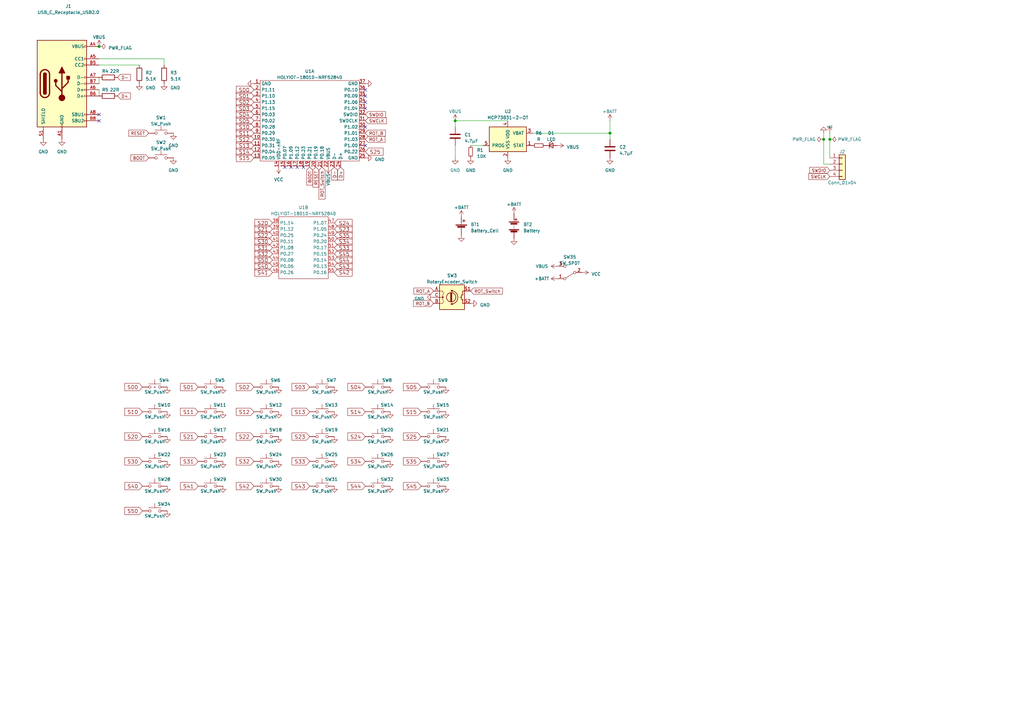
<source format=kicad_sch>
(kicad_sch (version 20210615) (generator eeschema)
  (paper "A3")
  (title_block (date "29 sep 2012"))
  (lib_symbols
    (symbol "Battery_Management:MCP73831-2-OT" (pin_names (offset 1.016))
      (property "Reference" "U" (at -7.62 6.35 0))
      (property "Value" "MCP73831-2-OT" (at 1.27 6.35 0))
      (symbol "MCP73831-2-OT_1_1"
        (pin output line (at 10.16 -2.54 180) (length 2.54) (name "STAT") (number "1"))
        (pin power_in line (at 0 -7.62 90) (length 2.54) (name "VSS") (number "2"))
        (pin power_out line (at 10.16 2.54 180) (length 2.54) (name "VBAT") (number "3"))
        (pin power_in line (at 0 7.62 270) (length 2.54) (name "VDD") (number "4"))
        (pin input line (at -10.16 -2.54 0) (length 2.54) (name "PROG") (number "5"))
      )
    )
    (symbol "Connector:USB_C_Receptacle_USB2.0" (pin_names (offset 1.016))
      (property "Reference" "J" (at -10.16 19.05 0))
      (property "Value" "USB_C_Receptacle_USB2.0" (at 19.05 19.05 0))
      (symbol "USB_C_Receptacle_USB2.0_1_1"
        (pin passive line (at 0 -22.86 90) (length 5.08) (name "GND") (number "A1"))
        (pin passive line (at 0 -22.86 90) (length 5.08) hide (name "GND") (number "A12"))
        (pin passive line (at 15.24 15.24 180) (length 5.08) (name "VBUS") (number "A4"))
        (pin bidirectional line (at 15.24 10.16 180) (length 5.08) (name "CC1") (number "A5"))
        (pin bidirectional line (at 15.24 -2.54 180) (length 5.08) (name "D+") (number "A6"))
        (pin bidirectional line (at 15.24 2.54 180) (length 5.08) (name "D-") (number "A7"))
        (pin bidirectional line (at 15.24 -12.7 180) (length 5.08) (name "SBU1") (number "A8"))
        (pin passive line (at 15.24 15.24 180) (length 5.08) hide (name "VBUS") (number "A9"))
        (pin passive line (at 0 -22.86 90) (length 5.08) hide (name "GND") (number "B1"))
        (pin passive line (at 0 -22.86 90) (length 5.08) hide (name "GND") (number "B12"))
        (pin passive line (at 15.24 15.24 180) (length 5.08) hide (name "VBUS") (number "B4"))
        (pin bidirectional line (at 15.24 7.62 180) (length 5.08) (name "CC2") (number "B5"))
        (pin bidirectional line (at 15.24 -5.08 180) (length 5.08) (name "D+") (number "B6"))
        (pin bidirectional line (at 15.24 0 180) (length 5.08) (name "D-") (number "B7"))
        (pin bidirectional line (at 15.24 -15.24 180) (length 5.08) (name "SBU2") (number "B8"))
        (pin passive line (at 15.24 15.24 180) (length 5.08) hide (name "VBUS") (number "B9"))
        (pin passive line (at -7.62 -22.86 90) (length 5.08) (name "SHIELD") (number "S1"))
      )
    )
    (symbol "Connector_Generic:Conn_01x04" (pin_names (offset 1.016) hide)
      (property "Reference" "J" (at 0 5.08 0))
      (property "Value" "Conn_01x04" (at 0 -7.62 0))
      (symbol "Conn_01x04_1_1"
        (pin passive line (at -5.08 2.54 0) (length 3.81) (name "Pin_1") (number "1"))
        (pin passive line (at -5.08 0 0) (length 3.81) (name "Pin_2") (number "2"))
        (pin passive line (at -5.08 -2.54 0) (length 3.81) (name "Pin_3") (number "3"))
        (pin passive line (at -5.08 -5.08 0) (length 3.81) (name "Pin_4") (number "4"))
      )
    )
    (symbol "Device:Battery" (pin_numbers hide) (pin_names (offset 0) hide)
      (property "Reference" "BT" (at 2.54 2.54 0))
      (property "Value" "Battery" (at 2.54 0 0))
      (symbol "Battery_1_1"
        (pin passive line (at 0 5.08 270) (length 2.54) (name "+") (number "1"))
        (pin passive line (at 0 -5.08 90) (length 2.54) (name "-") (number "2"))
      )
    )
    (symbol "Device:Battery_Cell" (pin_numbers hide) (pin_names (offset 0) hide)
      (property "Reference" "BT" (at 2.54 2.54 0))
      (property "Value" "Battery_Cell" (at 2.54 0 0))
      (symbol "Battery_Cell_1_1"
        (pin passive line (at 0 5.08 270) (length 2.54) (name "+") (number "1"))
        (pin passive line (at 0 -2.54 90) (length 2.54) (name "-") (number "2"))
      )
    )
    (symbol "Device:C" (pin_numbers hide) (pin_names (offset 0.254))
      (property "Reference" "C" (at 0.635 2.54 0))
      (property "Value" "C" (at 0.635 -2.54 0))
      (symbol "C_1_1"
        (pin passive line (at 0 3.81 270) (length 2.794) (name "~") (number "1"))
        (pin passive line (at 0 -3.81 90) (length 2.794) (name "~") (number "2"))
      )
    )
    (symbol "Device:LED_Small" (pin_numbers hide) (pin_names (offset 0.254) hide)
      (property "Reference" "D" (at -1.27 3.175 0))
      (property "Value" "LED_Small" (at -4.445 -2.54 0))
      (symbol "LED_Small_1_1"
        (pin passive line (at -2.54 0 0) (length 1.778) (name "K") (number "1"))
        (pin passive line (at 2.54 0 180) (length 1.778) (name "A") (number "2"))
      )
    )
    (symbol "Device:R" (pin_numbers hide) (pin_names (offset 0))
      (property "Reference" "R" (at 2.032 0 90))
      (property "Value" "R" (at 0 0 90))
      (symbol "R_1_1"
        (pin passive line (at 0 3.81 270) (length 1.27) (name "~") (number "1"))
        (pin passive line (at 0 -3.81 90) (length 1.27) (name "~") (number "2"))
      )
    )
    (symbol "Device:R_Small" (pin_numbers hide) (pin_names (offset 0.254) hide)
      (property "Reference" "R" (at 0.762 0.508 0))
      (property "Value" "R_Small" (at 0.762 -1.016 0))
      (symbol "R_Small_1_1"
        (pin passive line (at 0 2.54 270) (length 0.762) (name "~") (number "1"))
        (pin passive line (at 0 -2.54 90) (length 0.762) (name "~") (number "2"))
      )
    )
    (symbol "Device:RotaryEncoder_Switch" (pin_names (offset 0.254) hide)
      (property "Reference" "SW" (at 0 6.604 0))
      (property "Value" "RotaryEncoder_Switch" (at 0 -6.604 0))
      (symbol "RotaryEncoder_Switch_1_1"
        (pin passive line (at -7.62 2.54 0) (length 2.54) (name "A") (number "A"))
        (pin passive line (at -7.62 -2.54 0) (length 2.54) (name "B") (number "B"))
        (pin passive line (at -7.62 0 0) (length 2.54) (name "C") (number "C"))
        (pin passive line (at 7.62 2.54 180) (length 2.54) (name "S1") (number "S1"))
        (pin passive line (at 7.62 -2.54 180) (length 2.54) (name "S2") (number "S2"))
      )
    )
    (symbol "Switch:SW_Push" (pin_numbers hide) (pin_names (offset 1.016) hide)
      (property "Reference" "SW" (at 1.27 2.54 0))
      (property "Value" "SW_Push" (at 0 -1.524 0))
      (symbol "SW_Push_0_1"
        (pin passive line (at -5.08 0 0) (length 2.54) (name "1") (number "1"))
        (pin passive line (at 5.08 0 180) (length 2.54) (name "2") (number "2"))
      )
    )
    (symbol "Switch:SW_SPDT" (pin_names (offset 0) hide)
      (property "Reference" "SW" (at 0 4.318 0))
      (property "Value" "SW_SPDT" (at 0 -5.08 0))
      (symbol "SW_SPDT_1_1"
        (pin passive line (at 5.08 2.54 180) (length 2.54) (name "A") (number "1"))
        (pin passive line (at -5.08 0 0) (length 2.54) (name "B") (number "2"))
        (pin passive line (at 5.08 -2.54 180) (length 2.54) (name "C") (number "3"))
      )
    )
    (symbol "blackwing:HOLYIOT-18010-NRF52840_1"
      (property "Reference" "U" (at 0 0 0))
      (property "Value" "HOLYIOT-18010-NRF52840" (at 0 0 0))
      (symbol "HOLYIOT-18010-NRF52840_1_1_1"
        (pin power_in line (at -22.86 -3.81 0) (length 2.54) (name "GND") (number "1"))
        (pin bidirectional line (at -22.86 -26.67 0) (length 2.54) (name "P0.30") (number "10"))
        (pin bidirectional line (at -22.86 -29.21 0) (length 2.54) (name "P0.31") (number "11"))
        (pin bidirectional line (at -22.86 -31.75 0) (length 2.54) (name "P0.04") (number "12"))
        (pin bidirectional line (at -22.86 -34.29 0) (length 2.54) (name "P0.05") (number "13"))
        (pin power_in line (at -12.7 -38.1 90) (length 2.54) (name "VDD-nRF") (number "14"))
        (pin bidirectional line (at -10.16 -38.1 90) (length 2.54) (name "P0.07") (number "15"))
        (pin bidirectional line (at -7.62 -38.1 90) (length 2.54) (name "P1.09") (number "16"))
        (pin bidirectional line (at -5.08 -38.1 90) (length 2.54) (name "P0.12") (number "17"))
        (pin bidirectional line (at -2.54 -38.1 90) (length 2.54) (name "P0.23") (number "18"))
        (pin bidirectional line (at 0 -38.1 90) (length 2.54) (name "P0.21") (number "19"))
        (pin bidirectional line (at -22.86 -6.35 0) (length 2.54) (name "P1.11") (number "2"))
        (pin bidirectional line (at 2.54 -38.1 90) (length 2.54) (name "P0.19") (number "20"))
        (pin bidirectional line (at 5.08 -38.1 90) (length 2.54) (name "P0.18") (number "21"))
        (pin power_in line (at 7.62 -38.1 90) (length 2.54) (name "VBUS") (number "22"))
        (pin bidirectional line (at 10.16 -38.1 90) (length 2.54) (name "D-") (number "23"))
        (pin bidirectional line (at 12.7 -38.1 90) (length 2.54) (name "D+") (number "24"))
        (pin power_in line (at 22.86 -3.81 180) (length 2.54) (name "GND") (number "25"))
        (pin bidirectional line (at 22.86 -6.35 180) (length 2.54) (name "P0.22") (number "26"))
        (pin bidirectional line (at 22.86 -8.89 180) (length 2.54) (name "P1.00") (number "27"))
        (pin bidirectional line (at 22.86 -11.43 180) (length 2.54) (name "P1.03") (number "28"))
        (pin bidirectional line (at 22.86 -13.97 180) (length 2.54) (name "P1.01") (number "29"))
        (pin bidirectional line (at -22.86 -8.89 0) (length 2.54) (name "P1.10") (number "3"))
        (pin bidirectional line (at 22.86 -16.51 180) (length 2.54) (name "P1.02") (number "30"))
        (pin bidirectional line (at 22.86 -19.05 180) (length 2.54) (name "SWDCLK") (number "31"))
        (pin bidirectional line (at 22.86 -21.59 180) (length 2.54) (name "SWDIO") (number "32"))
        (pin bidirectional line (at 22.86 -24.13 180) (length 2.54) (name "P1.04") (number "33"))
        (pin bidirectional line (at 22.86 -26.67 180) (length 2.54) (name "P1.06") (number "34"))
        (pin bidirectional line (at 22.86 -29.21 180) (length 2.54) (name "P0.09") (number "35"))
        (pin bidirectional line (at 22.86 -31.75 180) (length 2.54) (name "P0.10") (number "36"))
        (pin power_in line (at 22.86 -34.29 180) (length 2.54) (name "GND") (number "37"))
        (pin bidirectional line (at -22.86 -11.43 0) (length 2.54) (name "P1.13") (number "4"))
        (pin bidirectional line (at -22.86 -13.97 0) (length 2.54) (name "P1.15") (number "5"))
        (pin bidirectional line (at -22.86 -16.51 0) (length 2.54) (name "P0.03") (number "6"))
        (pin bidirectional line (at -22.86 -19.05 0) (length 2.54) (name "P0.02") (number "7"))
        (pin bidirectional line (at -22.86 -21.59 0) (length 2.54) (name "P0.28") (number "8"))
        (pin bidirectional line (at -22.86 -24.13 0) (length 2.54) (name "P0.29") (number "9"))
      )
      (symbol "HOLYIOT-18010-NRF52840_1_2_1"
        (pin bidirectional line (at -12.7 -5.08 0) (length 2.54) (name "P1.14") (number "38"))
        (pin bidirectional line (at -12.7 -7.62 0) (length 2.54) (name "P1.12") (number "39"))
        (pin bidirectional line (at -12.7 -10.16 0) (length 2.54) (name "P0.25") (number "40"))
        (pin bidirectional line (at -12.7 -12.7 0) (length 2.54) (name "P0.11") (number "41"))
        (pin bidirectional line (at -12.7 -15.24 0) (length 2.54) (name "P1.08") (number "42"))
        (pin bidirectional line (at -12.7 -17.78 0) (length 2.54) (name "P0.27") (number "43"))
        (pin bidirectional line (at -12.7 -20.32 0) (length 2.54) (name "P0.08") (number "44"))
        (pin bidirectional line (at -12.7 -22.86 0) (length 2.54) (name "P0.06") (number "45"))
        (pin bidirectional line (at -12.7 -25.4 0) (length 2.54) (name "P0.26") (number "46"))
        (pin bidirectional line (at 12.7 -5.08 180) (length 2.54) (name "P1.07") (number "47"))
        (pin bidirectional line (at 12.7 -7.62 180) (length 2.54) (name "P1.05") (number "48"))
        (pin bidirectional line (at 12.7 -10.16 180) (length 2.54) (name "P0.24") (number "49"))
        (pin bidirectional line (at 12.7 -12.7 180) (length 2.54) (name "P0.20") (number "50"))
        (pin bidirectional line (at 12.7 -15.24 180) (length 2.54) (name "P0.17") (number "51"))
        (pin bidirectional line (at 12.7 -17.78 180) (length 2.54) (name "P0.15") (number "52"))
        (pin bidirectional line (at 12.7 -20.32 180) (length 2.54) (name "P0.14") (number "53"))
        (pin bidirectional line (at 12.7 -22.86 180) (length 2.54) (name "P0.13") (number "54"))
        (pin bidirectional line (at 12.7 -25.4 180) (length 2.54) (name "P0.16") (number "55"))
      )
    )
    (symbol "blackwing:HOLYIOT-18010-NRF52840_2"
      (property "Reference" "U1" (at 0 1.27 0))
      (property "Value" "HOLYIOT-18010-NRF52840" (at 0 -1.27 0))
      (symbol "HOLYIOT-18010-NRF52840_2_1_1"
        (pin power_in line (at -22.86 -3.81 0) (length 2.54) (name "GND") (number "1"))
        (pin bidirectional line (at -22.86 -26.67 0) (length 2.54) (name "P0.30") (number "10"))
        (pin bidirectional line (at -22.86 -29.21 0) (length 2.54) (name "P0.31") (number "11"))
        (pin bidirectional line (at -22.86 -31.75 0) (length 2.54) (name "P0.04") (number "12"))
        (pin bidirectional line (at -22.86 -34.29 0) (length 2.54) (name "P0.05") (number "13"))
        (pin power_in line (at -12.7 -38.1 90) (length 2.54) (name "VDD-nRF") (number "14"))
        (pin bidirectional line (at -10.16 -38.1 90) (length 2.54) (name "P0.07") (number "15"))
        (pin bidirectional line (at -7.62 -38.1 90) (length 2.54) (name "P1.09") (number "16"))
        (pin bidirectional line (at -5.08 -38.1 90) (length 2.54) (name "P0.12") (number "17"))
        (pin bidirectional line (at -2.54 -38.1 90) (length 2.54) (name "P0.23") (number "18"))
        (pin bidirectional line (at 0 -38.1 90) (length 2.54) (name "P0.21") (number "19"))
        (pin bidirectional line (at -22.86 -6.35 0) (length 2.54) (name "P1.11") (number "2"))
        (pin bidirectional line (at 2.54 -38.1 90) (length 2.54) (name "P0.19") (number "20"))
        (pin bidirectional line (at 5.08 -38.1 90) (length 2.54) (name "P0.18") (number "21"))
        (pin power_in line (at 7.62 -38.1 90) (length 2.54) (name "VBUS") (number "22"))
        (pin bidirectional line (at 10.16 -38.1 90) (length 2.54) (name "D-") (number "23"))
        (pin bidirectional line (at 12.7 -38.1 90) (length 2.54) (name "D+") (number "24"))
        (pin power_in line (at 22.86 -34.29 180) (length 2.54) (name "GND") (number "25"))
        (pin bidirectional line (at 22.86 -31.75 180) (length 2.54) (name "P0.22") (number "26"))
        (pin bidirectional line (at 22.86 -29.21 180) (length 2.54) (name "P1.00") (number "27"))
        (pin bidirectional line (at 22.86 -26.67 180) (length 2.54) (name "P1.03") (number "28"))
        (pin bidirectional line (at 22.86 -24.13 180) (length 2.54) (name "P1.01") (number "29"))
        (pin bidirectional line (at -22.86 -8.89 0) (length 2.54) (name "P1.10") (number "3"))
        (pin bidirectional line (at 22.86 -21.59 180) (length 2.54) (name "P1.02") (number "30"))
        (pin bidirectional line (at 22.86 -19.05 180) (length 2.54) (name "SWDCLK") (number "31"))
        (pin bidirectional line (at 22.86 -16.51 180) (length 2.54) (name "SWDIO") (number "32"))
        (pin bidirectional line (at 22.86 -13.97 180) (length 2.54) (name "P1.04") (number "33"))
        (pin bidirectional line (at 22.86 -11.43 180) (length 2.54) (name "P1.06") (number "34"))
        (pin bidirectional line (at 22.86 -8.89 180) (length 2.54) (name "P0.09") (number "35"))
        (pin bidirectional line (at 22.86 -6.35 180) (length 2.54) (name "P0.10") (number "36"))
        (pin power_in line (at 22.86 -3.81 180) (length 2.54) (name "GND") (number "37"))
        (pin bidirectional line (at -22.86 -11.43 0) (length 2.54) (name "P1.13") (number "4"))
        (pin bidirectional line (at -22.86 -13.97 0) (length 2.54) (name "P1.15") (number "5"))
        (pin bidirectional line (at -22.86 -16.51 0) (length 2.54) (name "P0.03") (number "6"))
        (pin bidirectional line (at -22.86 -19.05 0) (length 2.54) (name "P0.02") (number "7"))
        (pin bidirectional line (at -22.86 -21.59 0) (length 2.54) (name "P0.28") (number "8"))
        (pin bidirectional line (at -22.86 -24.13 0) (length 2.54) (name "P0.29") (number "9"))
      )
      (symbol "HOLYIOT-18010-NRF52840_2_2_1"
        (pin bidirectional line (at -12.7 -5.08 0) (length 2.54) (name "P1.14") (number "38"))
        (pin bidirectional line (at -12.7 -7.62 0) (length 2.54) (name "P1.12") (number "39"))
        (pin bidirectional line (at -12.7 -10.16 0) (length 2.54) (name "P0.25") (number "40"))
        (pin bidirectional line (at -12.7 -12.7 0) (length 2.54) (name "P0.11") (number "41"))
        (pin bidirectional line (at -12.7 -15.24 0) (length 2.54) (name "P1.08") (number "42"))
        (pin bidirectional line (at -12.7 -17.78 0) (length 2.54) (name "P0.27") (number "43"))
        (pin bidirectional line (at -12.7 -20.32 0) (length 2.54) (name "P0.08") (number "44"))
        (pin bidirectional line (at -12.7 -22.86 0) (length 2.54) (name "P0.06") (number "45"))
        (pin bidirectional line (at -12.7 -25.4 0) (length 2.54) (name "P0.26") (number "46"))
        (pin bidirectional line (at 12.7 -5.08 180) (length 2.54) (name "P1.07") (number "47"))
        (pin bidirectional line (at 12.7 -7.62 180) (length 2.54) (name "P1.05") (number "48"))
        (pin bidirectional line (at 12.7 -10.16 180) (length 2.54) (name "P0.24") (number "49"))
        (pin bidirectional line (at 12.7 -12.7 180) (length 2.54) (name "P0.20") (number "50"))
        (pin bidirectional line (at 12.7 -15.24 180) (length 2.54) (name "P0.17") (number "51"))
        (pin bidirectional line (at 12.7 -17.78 180) (length 2.54) (name "P0.15") (number "52"))
        (pin bidirectional line (at 12.7 -20.32 180) (length 2.54) (name "P0.14") (number "53"))
        (pin bidirectional line (at 12.7 -22.86 180) (length 2.54) (name "P0.13") (number "54"))
        (pin bidirectional line (at 12.7 -25.4 180) (length 2.54) (name "P0.16") (number "55"))
      )
    )
    (symbol "power:+BATT" (power) (pin_names (offset 0))
      (property "Value" "+BATT" (at 0 3.556 0))
      (symbol "+BATT_1_1"
        (pin power_in line (at 0 0 90) (length 0) hide (name "+BATT") (number "1"))
      )
    )
    (symbol "power:GND" (power) (pin_names (offset 0))
      (property "Value" "GND" (at 0 -3.81 0))
      (symbol "GND_1_1"
        (pin power_in line (at 0 0 270) (length 0) hide (name "GND") (number "1"))
      )
    )
    (symbol "power:PWR_FLAG" (power) (pin_numbers hide) (pin_names (offset 0) hide)
      (property "Value" "PWR_FLAG" (at 0 3.81 0))
      (symbol "PWR_FLAG_0_0"
        (pin power_out line (at 0 0 90) (length 0) (name "pwr") (number "1"))
      )
    )
    (symbol "power:VBUS" (power) (pin_names (offset 0))
      (property "Value" "VBUS" (at 0 3.81 0))
      (symbol "VBUS_1_1"
        (pin power_in line (at 0 0 90) (length 0) hide (name "VBUS") (number "1"))
      )
    )
    (symbol "power:VCC" (power) (pin_names (offset 0))
      (property "Value" "VCC" (at 0 3.81 0))
      (symbol "VCC_1_1"
        (pin power_in line (at 0 0 90) (length 0) hide (name "VCC") (number "1"))
      )
    )
  )
  (junction (at 40.64 19.05) (diameter 1.016))
  (junction (at 186.69 49.53) (diameter 1.016))
  (junction (at 250.19 54.61) (diameter 1.016))
  (junction (at 337.82 57.15) (diameter 1.016))
  (junction (at 340.36 57.15) (diameter 1.016))
  (no_connect (at 40.64 46.99))
  (no_connect (at 40.64 49.53))
  (no_connect (at 116.84 68.58))
  (no_connect (at 119.38 68.58))
  (no_connect (at 121.92 68.58))
  (no_connect (at 124.46 68.58))
  (no_connect (at 149.86 36.83))
  (no_connect (at 149.86 39.37))
  (no_connect (at 149.86 41.91))
  (no_connect (at 149.86 44.45))
  (no_connect (at 149.86 52.07))
  (no_connect (at 149.86 59.69))
  (wire (pts (xy 40.64 24.13) (xy 67.31 24.13)))
  (wire (pts (xy 40.64 26.67) (xy 57.15 26.67)))
  (wire (pts (xy 40.64 31.75) (xy 40.64 34.29)))
  (wire (pts (xy 40.64 36.83) (xy 40.64 39.37)))
  (wire (pts (xy 67.31 24.13) (xy 67.31 26.67)))
  (wire (pts (xy 186.69 49.53) (xy 208.28 49.53)))
  (wire (pts (xy 186.69 52.07) (xy 186.69 49.53)))
  (wire (pts (xy 186.69 59.69) (xy 186.69 64.77)))
  (wire (pts (xy 193.04 59.69) (xy 198.12 59.69)))
  (wire (pts (xy 218.44 54.61) (xy 250.19 54.61)))
  (wire (pts (xy 250.19 49.53) (xy 250.19 54.61)))
  (wire (pts (xy 250.19 54.61) (xy 250.19 57.15)))
  (wire (pts (xy 337.82 54.61) (xy 337.82 57.15)))
  (wire (pts (xy 337.82 57.15) (xy 337.82 67.31)))
  (wire (pts (xy 337.82 67.31) (xy 340.36 67.31)))
  (wire (pts (xy 340.36 54.61) (xy 340.36 57.15)))
  (wire (pts (xy 340.36 57.15) (xy 340.36 64.77)))
  (global_label "D-" (shape input) (at 48.26 31.75 0) (property "Intersheet References" "${INTERSHEET_REFS}" (effects hide)))
  (global_label "D+" (shape input) (at 48.26 39.37 0) (property "Intersheet References" "${INTERSHEET_REFS}" (effects hide)))
  (global_label "S00" (shape input) (at 58.42 158.75 180) (effects (font (size 1.524 1.524))) (property "Intersheet References" "${INTERSHEET_REFS}" (effects hide)))
  (global_label "S10" (shape input) (at 58.42 168.91 180) (effects (font (size 1.524 1.524))) (property "Intersheet References" "${INTERSHEET_REFS}" (effects hide)))
  (global_label "S20" (shape input) (at 58.42 179.07 180) (effects (font (size 1.524 1.524))) (property "Intersheet References" "${INTERSHEET_REFS}" (effects hide)))
  (global_label "S30" (shape input) (at 58.42 189.23 180) (effects (font (size 1.524 1.524))) (property "Intersheet References" "${INTERSHEET_REFS}" (effects hide)))
  (global_label "S40" (shape input) (at 58.42 199.39 180) (effects (font (size 1.524 1.524))) (property "Intersheet References" "${INTERSHEET_REFS}" (effects hide)))
  (global_label "S50" (shape input) (at 58.42 209.55 180) (effects (font (size 1.524 1.524))) (property "Intersheet References" "${INTERSHEET_REFS}" (effects hide)))
  (global_label "RESET" (shape input) (at 60.96 54.61 180) (property "Intersheet References" "${INTERSHEET_REFS}" (effects hide)))
  (global_label "BOOT" (shape input) (at 60.96 64.77 180) (property "Intersheet References" "${INTERSHEET_REFS}" (effects hide)))
  (global_label "S01" (shape input) (at 81.28 158.75 180) (effects (font (size 1.524 1.524))) (property "Intersheet References" "${INTERSHEET_REFS}" (effects hide)))
  (global_label "S11" (shape input) (at 81.28 168.91 180) (effects (font (size 1.524 1.524))) (property "Intersheet References" "${INTERSHEET_REFS}" (effects hide)))
  (global_label "S21" (shape input) (at 81.28 179.07 180) (effects (font (size 1.524 1.524))) (property "Intersheet References" "${INTERSHEET_REFS}" (effects hide)))
  (global_label "S31" (shape input) (at 81.28 189.23 180) (effects (font (size 1.524 1.524))) (property "Intersheet References" "${INTERSHEET_REFS}" (effects hide)))
  (global_label "S41" (shape input) (at 81.28 199.39 180) (effects (font (size 1.524 1.524))) (property "Intersheet References" "${INTERSHEET_REFS}" (effects hide)))
  (global_label "S00" (shape input) (at 104.14 36.83 180) (effects (font (size 1.524 1.524))) (property "Intersheet References" "${INTERSHEET_REFS}" (effects hide)))
  (global_label "S01" (shape input) (at 104.14 39.37 180) (effects (font (size 1.524 1.524))) (property "Intersheet References" "${INTERSHEET_REFS}" (effects hide)))
  (global_label "S02" (shape input) (at 104.14 41.91 180) (effects (font (size 1.524 1.524))) (property "Intersheet References" "${INTERSHEET_REFS}" (effects hide)))
  (global_label "S03" (shape input) (at 104.14 44.45 180) (effects (font (size 1.524 1.524))) (property "Intersheet References" "${INTERSHEET_REFS}" (effects hide)))
  (global_label "S04" (shape input) (at 104.14 46.99 180) (effects (font (size 1.524 1.524))) (property "Intersheet References" "${INTERSHEET_REFS}" (effects hide)))
  (global_label "S05" (shape input) (at 104.14 49.53 180) (effects (font (size 1.524 1.524))) (property "Intersheet References" "${INTERSHEET_REFS}" (effects hide)))
  (global_label "S10" (shape input) (at 104.14 52.07 180) (effects (font (size 1.524 1.524))) (property "Intersheet References" "${INTERSHEET_REFS}" (effects hide)))
  (global_label "S11" (shape input) (at 104.14 54.61 180) (effects (font (size 1.524 1.524))) (property "Intersheet References" "${INTERSHEET_REFS}" (effects hide)))
  (global_label "S12" (shape input) (at 104.14 57.15 180) (effects (font (size 1.524 1.524))) (property "Intersheet References" "${INTERSHEET_REFS}" (effects hide)))
  (global_label "S13" (shape input) (at 104.14 59.69 180) (effects (font (size 1.524 1.524))) (property "Intersheet References" "${INTERSHEET_REFS}" (effects hide)))
  (global_label "S14" (shape input) (at 104.14 62.23 180) (effects (font (size 1.524 1.524))) (property "Intersheet References" "${INTERSHEET_REFS}" (effects hide)))
  (global_label "S15" (shape input) (at 104.14 64.77 180) (effects (font (size 1.524 1.524))) (property "Intersheet References" "${INTERSHEET_REFS}" (effects hide)))
  (global_label "S02" (shape input) (at 104.14 158.75 180) (effects (font (size 1.524 1.524))) (property "Intersheet References" "${INTERSHEET_REFS}" (effects hide)))
  (global_label "S12" (shape input) (at 104.14 168.91 180) (effects (font (size 1.524 1.524))) (property "Intersheet References" "${INTERSHEET_REFS}" (effects hide)))
  (global_label "S22" (shape input) (at 104.14 179.07 180) (effects (font (size 1.524 1.524))) (property "Intersheet References" "${INTERSHEET_REFS}" (effects hide)))
  (global_label "S32" (shape input) (at 104.14 189.23 180) (effects (font (size 1.524 1.524))) (property "Intersheet References" "${INTERSHEET_REFS}" (effects hide)))
  (global_label "S42" (shape input) (at 104.14 199.39 180) (effects (font (size 1.524 1.524))) (property "Intersheet References" "${INTERSHEET_REFS}" (effects hide)))
  (global_label "S20" (shape input) (at 111.76 91.44 180) (effects (font (size 1.524 1.524))) (property "Intersheet References" "${INTERSHEET_REFS}" (effects hide)))
  (global_label "S21" (shape input) (at 111.76 93.98 180) (effects (font (size 1.524 1.524))) (property "Intersheet References" "${INTERSHEET_REFS}" (effects hide)))
  (global_label "S22" (shape input) (at 111.76 96.52 180) (effects (font (size 1.524 1.524))) (property "Intersheet References" "${INTERSHEET_REFS}" (effects hide)))
  (global_label "S30" (shape input) (at 111.76 99.06 180) (effects (font (size 1.524 1.524))) (property "Intersheet References" "${INTERSHEET_REFS}" (effects hide)))
  (global_label "S31" (shape input) (at 111.76 101.6 180) (effects (font (size 1.524 1.524))) (property "Intersheet References" "${INTERSHEET_REFS}" (effects hide)))
  (global_label "S32" (shape input) (at 111.76 104.14 180) (effects (font (size 1.524 1.524))) (property "Intersheet References" "${INTERSHEET_REFS}" (effects hide)))
  (global_label "S50" (shape input) (at 111.76 106.68 180) (effects (font (size 1.524 1.524))) (property "Intersheet References" "${INTERSHEET_REFS}" (effects hide)))
  (global_label "S40" (shape input) (at 111.76 109.22 180) (effects (font (size 1.524 1.524))) (property "Intersheet References" "${INTERSHEET_REFS}" (effects hide)))
  (global_label "S41" (shape input) (at 111.76 111.76 180) (effects (font (size 1.524 1.524))) (property "Intersheet References" "${INTERSHEET_REFS}" (effects hide)))
  (global_label "BOOT" (shape input) (at 127 68.58 270) (property "Intersheet References" "${INTERSHEET_REFS}" (effects hide)))
  (global_label "S03" (shape input) (at 127 158.75 180) (effects (font (size 1.524 1.524))) (property "Intersheet References" "${INTERSHEET_REFS}" (effects hide)))
  (global_label "S13" (shape input) (at 127 168.91 180) (effects (font (size 1.524 1.524))) (property "Intersheet References" "${INTERSHEET_REFS}" (effects hide)))
  (global_label "S23" (shape input) (at 127 179.07 180) (effects (font (size 1.524 1.524))) (property "Intersheet References" "${INTERSHEET_REFS}" (effects hide)))
  (global_label "S33" (shape input) (at 127 189.23 180) (effects (font (size 1.524 1.524))) (property "Intersheet References" "${INTERSHEET_REFS}" (effects hide)))
  (global_label "S43" (shape input) (at 127 199.39 180) (effects (font (size 1.524 1.524))) (property "Intersheet References" "${INTERSHEET_REFS}" (effects hide)))
  (global_label "RESET" (shape input) (at 129.54 68.58 270) (property "Intersheet References" "${INTERSHEET_REFS}" (effects hide)))
  (global_label "ROT_Switch" (shape input) (at 132.08 68.58 270) (property "Intersheet References" "${INTERSHEET_REFS}" (effects hide)))
  (global_label "D-" (shape input) (at 137.16 68.58 270) (property "Intersheet References" "${INTERSHEET_REFS}" (effects hide)))
  (global_label "S24" (shape input) (at 137.16 91.44 0) (effects (font (size 1.524 1.524))) (property "Intersheet References" "${INTERSHEET_REFS}" (effects hide)))
  (global_label "S23" (shape input) (at 137.16 93.98 0) (effects (font (size 1.524 1.524))) (property "Intersheet References" "${INTERSHEET_REFS}" (effects hide)))
  (global_label "S35" (shape input) (at 137.16 96.52 0) (effects (font (size 1.524 1.524))) (property "Intersheet References" "${INTERSHEET_REFS}" (effects hide)))
  (global_label "S34" (shape input) (at 137.16 99.06 0) (effects (font (size 1.524 1.524))) (property "Intersheet References" "${INTERSHEET_REFS}" (effects hide)))
  (global_label "S33" (shape input) (at 137.16 101.6 0) (effects (font (size 1.524 1.524))) (property "Intersheet References" "${INTERSHEET_REFS}" (effects hide)))
  (global_label "S45" (shape input) (at 137.16 104.14 0) (effects (font (size 1.524 1.524))) (property "Intersheet References" "${INTERSHEET_REFS}" (effects hide)))
  (global_label "S44" (shape input) (at 137.16 106.68 0) (effects (font (size 1.524 1.524))) (property "Intersheet References" "${INTERSHEET_REFS}" (effects hide)))
  (global_label "S43" (shape input) (at 137.16 109.22 0) (effects (font (size 1.524 1.524))) (property "Intersheet References" "${INTERSHEET_REFS}" (effects hide)))
  (global_label "S42" (shape input) (at 137.16 111.76 0) (effects (font (size 1.524 1.524))) (property "Intersheet References" "${INTERSHEET_REFS}" (effects hide)))
  (global_label "D+" (shape input) (at 139.7 68.58 270) (property "Intersheet References" "${INTERSHEET_REFS}" (effects hide)))
  (global_label "SWDIO" (shape input) (at 149.86 46.99 0) (property "Intersheet References" "${INTERSHEET_REFS}" (effects hide)))
  (global_label "SWCLK" (shape input) (at 149.86 49.53 0) (property "Intersheet References" "${INTERSHEET_REFS}" (effects hide)))
  (global_label "ROT_B" (shape input) (at 149.86 54.61 0) (property "Intersheet References" "${INTERSHEET_REFS}" (effects hide)))
  (global_label "ROT_A" (shape input) (at 149.86 57.15 0) (property "Intersheet References" "${INTERSHEET_REFS}" (effects hide)))
  (global_label "S25" (shape input) (at 149.86 62.23 0) (effects (font (size 1.524 1.524))) (property "Intersheet References" "${INTERSHEET_REFS}" (effects hide)))
  (global_label "S04" (shape input) (at 149.86 158.75 180) (effects (font (size 1.524 1.524))) (property "Intersheet References" "${INTERSHEET_REFS}" (effects hide)))
  (global_label "S14" (shape input) (at 149.86 168.91 180) (effects (font (size 1.524 1.524))) (property "Intersheet References" "${INTERSHEET_REFS}" (effects hide)))
  (global_label "S24" (shape input) (at 149.86 179.07 180) (effects (font (size 1.524 1.524))) (property "Intersheet References" "${INTERSHEET_REFS}" (effects hide)))
  (global_label "S34" (shape input) (at 149.86 189.23 180) (effects (font (size 1.524 1.524))) (property "Intersheet References" "${INTERSHEET_REFS}" (effects hide)))
  (global_label "S44" (shape input) (at 149.86 199.39 180) (effects (font (size 1.524 1.524))) (property "Intersheet References" "${INTERSHEET_REFS}" (effects hide)))
  (global_label "S05" (shape input) (at 172.72 158.75 180) (effects (font (size 1.524 1.524))) (property "Intersheet References" "${INTERSHEET_REFS}" (effects hide)))
  (global_label "S15" (shape input) (at 172.72 168.91 180) (effects (font (size 1.524 1.524))) (property "Intersheet References" "${INTERSHEET_REFS}" (effects hide)))
  (global_label "S25" (shape input) (at 172.72 179.07 180) (effects (font (size 1.524 1.524))) (property "Intersheet References" "${INTERSHEET_REFS}" (effects hide)))
  (global_label "S35" (shape input) (at 172.72 189.23 180) (effects (font (size 1.524 1.524))) (property "Intersheet References" "${INTERSHEET_REFS}" (effects hide)))
  (global_label "S45" (shape input) (at 172.72 199.39 180) (effects (font (size 1.524 1.524))) (property "Intersheet References" "${INTERSHEET_REFS}" (effects hide)))
  (global_label "ROT_A" (shape input) (at 177.8 119.38 180) (property "Intersheet References" "${INTERSHEET_REFS}" (effects hide)))
  (global_label "ROT_B" (shape input) (at 177.8 124.46 180) (property "Intersheet References" "${INTERSHEET_REFS}" (effects hide)))
  (global_label "ROT_Switch" (shape input) (at 193.04 119.38 0) (property "Intersheet References" "${INTERSHEET_REFS}" (effects hide)))
  (global_label "SWDIO" (shape input) (at 340.36 69.85 180) (property "Intersheet References" "${INTERSHEET_REFS}" (effects hide)))
  (global_label "SWCLK" (shape input) (at 340.36 72.39 180) (property "Intersheet References" "${INTERSHEET_REFS}" (effects hide)))
  (symbol (lib_id "power:VBUS") (at 40.64 19.05 0) (unit 1)
    (property "Reference" "#PWR01" (effects hide))
    (property "Value" "VBUS" (at 40.64 15.24 0))
  )
  (symbol (lib_id "power:VCC") (at 114.3 68.58 180) (unit 1)
    (property "Reference" "#PWR0102" (effects hide))
    (property "Value" "VCC" (at 114.3 73.66 0))
  )
  (symbol (lib_id "power:VBUS") (at 134.62 68.58 180) (unit 1)
    (property "Reference" "#PWR016" (effects hide))
    (property "Value" "VBUS" (at 134.62 73.66 90))
  )
  (symbol (lib_id "power:VBUS") (at 186.69 49.53 0) (unit 1)
    (property "Reference" "#PWR04" (effects hide))
    (property "Value" "VBUS" (at 186.69 45.72 0))
  )
  (symbol (lib_id "power:+BATT") (at 189.23 88.9 0) (unit 1)
    (property "Reference" "#PWR017" (effects hide))
    (property "Value" "+BATT" (at 189.23 85.09 0))
  )
  (symbol (lib_id "power:+BATT") (at 210.82 87.63 0) (unit 1)
    (property "Reference" "#PWR018" (effects hide))
    (property "Value" "+BATT" (at 210.82 83.82 0))
  )
  (symbol (lib_id "power:VBUS") (at 228.6 59.69 270) (unit 1)
    (property "Reference" "#PWR0103" (effects hide))
    (property "Value" "VBUS" (at 232.41 60.3249 90) (effects (justify left)))
  )
  (symbol (lib_id "power:VBUS") (at 228.6 109.22 90) (unit 1)
    (property "Reference" "#PWR0107" (effects hide))
    (property "Value" "VBUS" (at 222.25 109.22 90))
  )
  (symbol (lib_id "power:+BATT") (at 228.6 114.3 90) (unit 1)
    (property "Reference" "#PWR0105" (effects hide))
    (property "Value" "+BATT" (at 222.25 114.3 90))
  )
  (symbol (lib_id "power:VCC") (at 238.76 111.76 270) (unit 1)
    (property "Reference" "#PWR0106" (effects hide))
    (property "Value" "VCC" (at 242.57 112.3949 90) (effects (justify left)))
  )
  (symbol (lib_id "power:+BATT") (at 250.19 49.53 0) (unit 1)
    (property "Reference" "#PWR06" (effects hide))
    (property "Value" "+BATT" (at 247.0149 45.72 0) (effects (justify left)))
  )
  (symbol (lib_id "power:VCC") (at 340.36 54.61 0) (mirror y) (unit 1)
    (property "Reference" "#PWR08" (effects hide))
    (property "Value" "VCC" (at 340.36 52.07 0) (effects (font (size 0.762 0.762))))
  )
  (symbol (lib_id "power:PWR_FLAG") (at 40.64 19.05 270) (unit 1)
    (property "Reference" "#FLG01" (effects hide))
    (property "Value" "PWR_FLAG" (at 44.45 19.6849 90) (effects (justify left)))
  )
  (symbol (lib_id "power:PWR_FLAG") (at 337.82 57.15 90) (unit 1)
    (property "Reference" "#FLG02" (effects hide))
    (property "Value" "PWR_FLAG" (at 334.5688 57.15 90) (effects (justify left)))
  )
  (symbol (lib_id "power:PWR_FLAG") (at 340.36 57.15 270) (unit 1)
    (property "Reference" "#FLG03" (effects hide))
    (property "Value" "PWR_FLAG" (at 343.6112 57.15 90) (effects (justify left)))
  )
  (symbol (lib_id "power:GND") (at 17.78 57.15 0) (unit 1)
    (property "Reference" "#PWR09" (effects hide))
    (property "Value" "GND" (at 17.78 62.23 0))
  )
  (symbol (lib_id "power:GND") (at 25.4 57.15 0) (unit 1)
    (property "Reference" "#PWR010" (effects hide))
    (property "Value" "GND" (at 25.4 62.23 0))
  )
  (symbol (lib_id "power:GND") (at 57.15 34.29 0) (unit 1)
    (property "Reference" "#PWR0108" (effects hide))
    (property "Value" "GND" (at 59.69 36.0044 0) (effects (justify left)))
  )
  (symbol (lib_id "power:GND") (at 67.31 34.29 0) (unit 1)
    (property "Reference" "#PWR0109" (effects hide))
    (property "Value" "GND" (at 69.85 36.0044 0) (effects (justify left)))
  )
  (symbol (lib_id "power:GND") (at 68.58 158.75 0) (unit 1)
    (property "Reference" "#PWR023" (effects hide))
    (property "Value" "GND" (effects hide))
  )
  (symbol (lib_id "power:GND") (at 68.58 168.91 0) (unit 1)
    (property "Reference" "#PWR029" (effects hide))
    (property "Value" "GND" (effects hide))
  )
  (symbol (lib_id "power:GND") (at 68.58 179.07 0) (unit 1)
    (property "Reference" "#PWR035" (effects hide))
    (property "Value" "GND" (effects hide))
  )
  (symbol (lib_id "power:GND") (at 68.58 189.23 0) (unit 1)
    (property "Reference" "#PWR041" (effects hide))
    (property "Value" "GND" (effects hide))
  )
  (symbol (lib_id "power:GND") (at 68.58 199.39 0) (unit 1)
    (property "Reference" "#PWR047" (effects hide))
    (property "Value" "GND" (effects hide))
  )
  (symbol (lib_id "power:GND") (at 68.58 209.55 0) (unit 1)
    (property "Reference" "#PWR053" (effects hide))
    (property "Value" "GND" (effects hide))
  )
  (symbol (lib_id "power:GND") (at 71.12 54.61 0) (unit 1)
    (property "Reference" "#PWR05" (effects hide))
    (property "Value" "GND" (at 71.12 59.69 0))
  )
  (symbol (lib_id "power:GND") (at 71.12 64.77 0) (unit 1)
    (property "Reference" "#PWR011" (effects hide))
    (property "Value" "GND" (at 71.12 69.85 0))
  )
  (symbol (lib_id "power:GND") (at 91.44 158.75 0) (unit 1)
    (property "Reference" "#PWR024" (effects hide))
    (property "Value" "GND" (effects hide))
  )
  (symbol (lib_id "power:GND") (at 91.44 168.91 0) (unit 1)
    (property "Reference" "#PWR030" (effects hide))
    (property "Value" "GND" (effects hide))
  )
  (symbol (lib_id "power:GND") (at 91.44 179.07 0) (unit 1)
    (property "Reference" "#PWR036" (effects hide))
    (property "Value" "GND" (effects hide))
  )
  (symbol (lib_id "power:GND") (at 91.44 189.23 0) (unit 1)
    (property "Reference" "#PWR042" (effects hide))
    (property "Value" "GND" (effects hide))
  )
  (symbol (lib_id "power:GND") (at 91.44 199.39 0) (unit 1)
    (property "Reference" "#PWR048" (effects hide))
    (property "Value" "GND" (effects hide))
  )
  (symbol (lib_id "power:GND") (at 104.14 34.29 270) (unit 1)
    (property "Reference" "#PWR02" (effects hide))
    (property "Value" "GND" (effects hide))
  )
  (symbol (lib_id "power:GND") (at 114.3 158.75 0) (unit 1)
    (property "Reference" "#PWR025" (effects hide))
    (property "Value" "GND" (effects hide))
  )
  (symbol (lib_id "power:GND") (at 114.3 168.91 0) (unit 1)
    (property "Reference" "#PWR031" (effects hide))
    (property "Value" "GND" (effects hide))
  )
  (symbol (lib_id "power:GND") (at 114.3 179.07 0) (unit 1)
    (property "Reference" "#PWR037" (effects hide))
    (property "Value" "GND" (effects hide))
  )
  (symbol (lib_id "power:GND") (at 114.3 189.23 0) (unit 1)
    (property "Reference" "#PWR043" (effects hide))
    (property "Value" "GND" (effects hide))
  )
  (symbol (lib_id "power:GND") (at 114.3 199.39 0) (unit 1)
    (property "Reference" "#PWR049" (effects hide))
    (property "Value" "GND" (effects hide))
  )
  (symbol (lib_id "power:GND") (at 137.16 158.75 0) (unit 1)
    (property "Reference" "#PWR026" (effects hide))
    (property "Value" "GND" (effects hide))
  )
  (symbol (lib_id "power:GND") (at 137.16 168.91 0) (unit 1)
    (property "Reference" "#PWR032" (effects hide))
    (property "Value" "GND" (effects hide))
  )
  (symbol (lib_id "power:GND") (at 137.16 179.07 0) (unit 1)
    (property "Reference" "#PWR038" (effects hide))
    (property "Value" "GND" (effects hide))
  )
  (symbol (lib_id "power:GND") (at 137.16 189.23 0) (unit 1)
    (property "Reference" "#PWR044" (effects hide))
    (property "Value" "GND" (effects hide))
  )
  (symbol (lib_id "power:GND") (at 137.16 199.39 0) (unit 1)
    (property "Reference" "#PWR050" (effects hide))
    (property "Value" "GND" (effects hide))
  )
  (symbol (lib_id "power:GND") (at 149.86 34.29 90) (unit 1)
    (property "Reference" "#PWR03" (effects hide))
    (property "Value" "GND" (effects hide))
  )
  (symbol (lib_id "power:GND") (at 149.86 64.77 90) (unit 1)
    (property "Reference" "#PWR012" (effects hide))
    (property "Value" "GND" (at 153.67 65.4049 90) (effects (justify right)))
  )
  (symbol (lib_id "power:GND") (at 160.02 158.75 0) (unit 1)
    (property "Reference" "#PWR027" (effects hide))
    (property "Value" "GND" (effects hide))
  )
  (symbol (lib_id "power:GND") (at 160.02 168.91 0) (unit 1)
    (property "Reference" "#PWR033" (effects hide))
    (property "Value" "GND" (effects hide))
  )
  (symbol (lib_id "power:GND") (at 160.02 179.07 0) (unit 1)
    (property "Reference" "#PWR039" (effects hide))
    (property "Value" "GND" (effects hide))
  )
  (symbol (lib_id "power:GND") (at 160.02 189.23 0) (unit 1)
    (property "Reference" "#PWR045" (effects hide))
    (property "Value" "GND" (effects hide))
  )
  (symbol (lib_id "power:GND") (at 160.02 199.39 0) (unit 1)
    (property "Reference" "#PWR051" (effects hide))
    (property "Value" "GND" (effects hide))
  )
  (symbol (lib_id "power:GND") (at 177.8 121.92 270) (unit 1)
    (property "Reference" "#PWR021" (effects hide))
    (property "Value" "GND" (at 173.99 122.5549 90) (effects (justify right)))
  )
  (symbol (lib_id "power:GND") (at 182.88 158.75 0) (unit 1)
    (property "Reference" "#PWR028" (effects hide))
    (property "Value" "GND" (effects hide))
  )
  (symbol (lib_id "power:GND") (at 182.88 168.91 0) (unit 1)
    (property "Reference" "#PWR034" (effects hide))
    (property "Value" "GND" (effects hide))
  )
  (symbol (lib_id "power:GND") (at 182.88 179.07 0) (unit 1)
    (property "Reference" "#PWR040" (effects hide))
    (property "Value" "GND" (effects hide))
  )
  (symbol (lib_id "power:GND") (at 182.88 189.23 0) (unit 1)
    (property "Reference" "#PWR046" (effects hide))
    (property "Value" "GND" (effects hide))
  )
  (symbol (lib_id "power:GND") (at 182.88 199.39 0) (unit 1)
    (property "Reference" "#PWR052" (effects hide))
    (property "Value" "GND" (effects hide))
  )
  (symbol (lib_id "power:GND") (at 186.69 64.77 0) (unit 1)
    (property "Reference" "#PWR0104" (effects hide))
    (property "Value" "GND" (at 186.69 69.85 0))
  )
  (symbol (lib_id "power:GND") (at 189.23 96.52 0) (unit 1)
    (property "Reference" "#PWR019" (effects hide))
    (property "Value" "GND" (effects hide))
  )
  (symbol (lib_id "power:GND") (at 193.04 64.77 0) (unit 1)
    (property "Reference" "#PWR013" (effects hide))
    (property "Value" "GND" (at 193.04 69.85 0))
  )
  (symbol (lib_id "power:GND") (at 193.04 124.46 90) (unit 1)
    (property "Reference" "#PWR022" (effects hide))
    (property "Value" "GND" (at 196.85 125.0949 90) (effects (justify right)))
  )
  (symbol (lib_id "power:GND") (at 208.28 64.77 0) (unit 1)
    (property "Reference" "#PWR014" (effects hide))
    (property "Value" "GND" (at 208.28 69.85 0))
  )
  (symbol (lib_id "power:GND") (at 210.82 97.79 0) (unit 1)
    (property "Reference" "#PWR020" (effects hide))
    (property "Value" "GND" (effects hide))
  )
  (symbol (lib_id "power:GND") (at 250.19 64.77 0) (unit 1)
    (property "Reference" "#PWR0101" (effects hide))
    (property "Value" "GND" (at 250.19 69.85 0))
  )
  (symbol (lib_id "power:GND") (at 337.82 54.61 0) (mirror x) (unit 1)
    (property "Reference" "#PWR07" (effects hide))
    (property "Value" "GND" (effects hide))
  )
  (symbol (lib_id "Device:R_Small") (at 193.04 62.23 0) (unit 1)
    (property "Reference" "R1" (at 195.58 61.5949 0) (effects (justify left)))
    (property "Value" "10K" (at 195.58 64.1349 0) (effects (justify left)))
    (property "Footprint" "Resistor_SMD:R_0603_1608Metric" (effects hide))
  )
  (symbol (lib_id "Device:R_Small") (at 220.98 59.69 90) (unit 1)
    (property "Reference" "R6" (at 220.98 54.61 90))
    (property "Value" "R" (at 220.98 57.15 90))
    (property "Footprint" "Resistor_SMD:R_0603_1608Metric" (effects hide))
  )
  (symbol (lib_id "Device:LED_Small") (at 226.06 59.69 0) (unit 1)
    (property "Reference" "D1" (at 226.06 54.61 0))
    (property "Value" "LED" (at 226.06 57.15 0))
    (property "Footprint" "LED_SMD:LED_0603_1608Metric" (effects hide))
  )
  (symbol (lib_id "Device:R") (at 44.45 31.75 90) (unit 1)
    (property "Reference" "R4" (at 43.18 29.21 90))
    (property "Value" "22R" (at 46.99 29.21 90))
    (property "Footprint" "Resistor_SMD:R_0402_1005Metric" (effects hide))
  )
  (symbol (lib_id "Device:R") (at 44.45 39.37 90) (unit 1)
    (property "Reference" "R5" (at 43.18 36.83 90))
    (property "Value" "22R" (at 46.99 36.83 90))
    (property "Footprint" "Resistor_SMD:R_0402_1005Metric" (effects hide))
  )
  (symbol (lib_id "Device:R") (at 57.15 30.48 180) (unit 1)
    (property "Reference" "R2" (at 59.69 29.8449 0) (effects (justify right)))
    (property "Value" "5.1K" (at 59.69 32.3849 0) (effects (justify right)))
    (property "Footprint" "Resistor_SMD:R_0603_1608Metric" (effects hide))
  )
  (symbol (lib_id "Device:R") (at 67.31 30.48 180) (unit 1)
    (property "Reference" "R3" (at 69.85 29.8449 0) (effects (justify right)))
    (property "Value" "5.1K" (at 69.85 32.3849 0) (effects (justify right)))
    (property "Footprint" "Resistor_SMD:R_0603_1608Metric" (effects hide))
  )
  (symbol (lib_id "Device:C") (at 186.69 55.88 0) (unit 1)
    (property "Reference" "C1" (at 190.5 55.2449 0) (effects (justify left)))
    (property "Value" "4.7µF" (at 190.5 57.7849 0) (effects (justify left)))
    (property "Footprint" "Capacitor_SMD:C_0603_1608Metric" (effects hide))
  )
  (symbol (lib_id "Device:Battery_Cell") (at 189.23 93.98 0) (unit 1)
    (property "Reference" "BT1" (at 193.04 92.0749 0) (effects (justify left)))
    (property "Value" "Battery_Cell" (at 193.04 94.6149 0) (effects (justify left)))
    (property "Footprint" "Connector_JST:JST_PH_S2B-PH-K_1x02_P2.00mm_Horizontal" (effects hide))
  )
  (symbol (lib_id "Device:C") (at 250.19 60.96 0) (unit 1)
    (property "Reference" "C2" (at 254 60.3249 0) (effects (justify left)))
    (property "Value" "4.7µF" (at 254 62.8649 0) (effects (justify left)))
    (property "Footprint" "Capacitor_SMD:C_0603_1608Metric" (effects hide))
  )
  (symbol (lib_id "Switch:SW_Push") (at 63.5 158.75 0) (unit 1)
    (property "Reference" "SW4" (at 67.31 155.956 0))
    (property "Value" "SW_Push" (at 63.5 160.782 0))
    (property "Footprint" "Button_Switch_Keyboard:SW_Cherry_MX_1.00u_PCB" (effects hide))
    (property "Datasheet" "~" (at 63.5 158.75 0) (effects (font (size 1.524 1.524))))
  )
  (symbol (lib_id "Switch:SW_Push") (at 63.5 168.91 0) (unit 1)
    (property "Reference" "SW10" (at 67.31 166.116 0))
    (property "Value" "SW_Push" (at 63.5 170.942 0))
    (property "Footprint" "Button_Switch_Keyboard:SW_Cherry_MX_1.00u_PCB" (effects hide))
  )
  (symbol (lib_id "Switch:SW_Push") (at 63.5 179.07 0) (unit 1)
    (property "Reference" "SW16" (at 67.31 176.276 0))
    (property "Value" "SW_Push" (at 63.5 181.102 0))
    (property "Footprint" "Button_Switch_Keyboard:SW_Cherry_MX_1.00u_PCB" (effects hide))
  )
  (symbol (lib_id "Switch:SW_Push") (at 63.5 189.23 0) (unit 1)
    (property "Reference" "SW22" (at 67.31 186.436 0))
    (property "Value" "SW_Push" (at 63.5 191.262 0))
    (property "Footprint" "Button_Switch_Keyboard:SW_Cherry_MX_1.00u_PCB" (effects hide))
  )
  (symbol (lib_id "Switch:SW_Push") (at 63.5 199.39 0) (unit 1)
    (property "Reference" "SW28" (at 67.31 196.596 0))
    (property "Value" "SW_Push" (at 63.5 201.422 0))
    (property "Footprint" "Button_Switch_Keyboard:SW_Cherry_MX_1.00u_PCB" (effects hide))
  )
  (symbol (lib_id "Switch:SW_Push") (at 63.5 209.55 0) (unit 1)
    (property "Reference" "SW34" (at 67.31 206.756 0))
    (property "Value" "SW_Push" (at 63.5 211.582 0))
    (property "Footprint" "Button_Switch_Keyboard:SW_Cherry_MX_1.50u_PCB" (effects hide))
  )
  (symbol (lib_id "Switch:SW_Push") (at 66.04 54.61 0) (unit 1)
    (property "Reference" "SW1" (at 66.04 48.26 0))
    (property "Value" "SW_Push" (at 66.04 50.8 0))
    (property "Footprint" "Button_Switch_SMD:SW_Push_1P1T_NO_Vertical_Wuerth_434133025816" (effects hide))
  )
  (symbol (lib_id "Switch:SW_Push") (at 66.04 64.77 0) (unit 1)
    (property "Reference" "SW2" (at 66.04 58.42 0))
    (property "Value" "SW_Push" (at 66.04 60.96 0))
    (property "Footprint" "Button_Switch_SMD:SW_Push_1P1T_NO_Vertical_Wuerth_434133025816" (effects hide))
  )
  (symbol (lib_id "Switch:SW_Push") (at 86.36 158.75 0) (unit 1)
    (property "Reference" "SW5" (at 90.17 155.956 0))
    (property "Value" "SW_Push" (at 86.36 160.782 0))
    (property "Footprint" "Button_Switch_Keyboard:SW_Cherry_MX_1.00u_PCB" (effects hide))
  )
  (symbol (lib_id "Switch:SW_Push") (at 86.36 168.91 0) (unit 1)
    (property "Reference" "SW11" (at 90.17 166.116 0))
    (property "Value" "SW_Push" (at 86.36 170.942 0))
    (property "Footprint" "Button_Switch_Keyboard:SW_Cherry_MX_1.00u_PCB" (effects hide))
  )
  (symbol (lib_id "Switch:SW_Push") (at 86.36 179.07 0) (unit 1)
    (property "Reference" "SW17" (at 90.17 176.276 0))
    (property "Value" "SW_Push" (at 86.36 181.102 0))
    (property "Footprint" "Button_Switch_Keyboard:SW_Cherry_MX_1.00u_PCB" (effects hide))
  )
  (symbol (lib_id "Switch:SW_Push") (at 86.36 189.23 0) (unit 1)
    (property "Reference" "SW23" (at 90.17 186.436 0))
    (property "Value" "SW_Push" (at 86.36 191.262 0))
    (property "Footprint" "Button_Switch_Keyboard:SW_Cherry_MX_1.00u_PCB" (effects hide))
  )
  (symbol (lib_id "Switch:SW_Push") (at 86.36 199.39 0) (unit 1)
    (property "Reference" "SW29" (at 90.17 196.596 0))
    (property "Value" "SW_Push" (at 86.36 201.422 0))
    (property "Footprint" "Button_Switch_Keyboard:SW_Cherry_MX_1.00u_PCB" (effects hide))
  )
  (symbol (lib_id "Switch:SW_Push") (at 109.22 158.75 0) (unit 1)
    (property "Reference" "SW6" (at 113.03 155.956 0))
    (property "Value" "SW_Push" (at 109.22 160.782 0))
    (property "Footprint" "Button_Switch_Keyboard:SW_Cherry_MX_1.00u_PCB" (effects hide))
  )
  (symbol (lib_id "Switch:SW_Push") (at 109.22 168.91 0) (unit 1)
    (property "Reference" "SW12" (at 113.03 166.116 0))
    (property "Value" "SW_Push" (at 109.22 170.942 0))
    (property "Footprint" "Button_Switch_Keyboard:SW_Cherry_MX_1.00u_PCB" (effects hide))
  )
  (symbol (lib_id "Switch:SW_Push") (at 109.22 179.07 0) (unit 1)
    (property "Reference" "SW18" (at 113.03 176.276 0))
    (property "Value" "SW_Push" (at 109.22 181.102 0))
    (property "Footprint" "Button_Switch_Keyboard:SW_Cherry_MX_1.00u_PCB" (effects hide))
  )
  (symbol (lib_id "Switch:SW_Push") (at 109.22 189.23 0) (unit 1)
    (property "Reference" "SW24" (at 113.03 186.436 0))
    (property "Value" "SW_Push" (at 109.22 191.262 0))
    (property "Footprint" "Button_Switch_Keyboard:SW_Cherry_MX_1.00u_PCB" (effects hide))
  )
  (symbol (lib_id "Switch:SW_Push") (at 109.22 199.39 0) (unit 1)
    (property "Reference" "SW30" (at 113.03 196.596 0))
    (property "Value" "SW_Push" (at 109.22 201.422 0))
    (property "Footprint" "Button_Switch_Keyboard:SW_Cherry_MX_1.00u_PCB" (effects hide))
  )
  (symbol (lib_id "Switch:SW_Push") (at 132.08 158.75 0) (unit 1)
    (property "Reference" "SW7" (at 135.89 155.956 0))
    (property "Value" "SW_Push" (at 132.08 160.782 0))
    (property "Footprint" "Button_Switch_Keyboard:SW_Cherry_MX_1.00u_PCB" (effects hide))
  )
  (symbol (lib_id "Switch:SW_Push") (at 132.08 168.91 0) (unit 1)
    (property "Reference" "SW13" (at 135.89 166.116 0))
    (property "Value" "SW_Push" (at 132.08 170.942 0))
    (property "Footprint" "Button_Switch_Keyboard:SW_Cherry_MX_1.00u_PCB" (effects hide))
  )
  (symbol (lib_id "Switch:SW_Push") (at 132.08 179.07 0) (unit 1)
    (property "Reference" "SW19" (at 135.89 176.276 0))
    (property "Value" "SW_Push" (at 132.08 181.102 0))
    (property "Footprint" "Button_Switch_Keyboard:SW_Cherry_MX_1.00u_PCB" (effects hide))
  )
  (symbol (lib_id "Switch:SW_Push") (at 132.08 189.23 0) (unit 1)
    (property "Reference" "SW25" (at 135.89 186.436 0))
    (property "Value" "SW_Push" (at 132.08 191.262 0))
    (property "Footprint" "Button_Switch_Keyboard:SW_Cherry_MX_1.00u_PCB" (effects hide))
  )
  (symbol (lib_id "Switch:SW_Push") (at 132.08 199.39 0) (unit 1)
    (property "Reference" "SW31" (at 135.89 196.596 0))
    (property "Value" "SW_Push" (at 132.08 201.422 0))
    (property "Footprint" "Button_Switch_Keyboard:SW_Cherry_MX_1.25u_PCB" (effects hide))
  )
  (symbol (lib_id "Switch:SW_Push") (at 154.94 158.75 0) (unit 1)
    (property "Reference" "SW8" (at 158.75 155.956 0))
    (property "Value" "SW_Push" (at 154.94 160.782 0))
    (property "Footprint" "Button_Switch_Keyboard:SW_Cherry_MX_1.00u_PCB" (effects hide))
  )
  (symbol (lib_id "Switch:SW_Push") (at 154.94 168.91 0) (unit 1)
    (property "Reference" "SW14" (at 158.75 166.116 0))
    (property "Value" "SW_Push" (at 154.94 170.942 0))
    (property "Footprint" "Button_Switch_Keyboard:SW_Cherry_MX_1.00u_PCB" (effects hide))
  )
  (symbol (lib_id "Switch:SW_Push") (at 154.94 179.07 0) (unit 1)
    (property "Reference" "SW20" (at 158.75 176.276 0))
    (property "Value" "SW_Push" (at 154.94 181.102 0))
    (property "Footprint" "Button_Switch_Keyboard:SW_Cherry_MX_1.00u_PCB" (effects hide))
  )
  (symbol (lib_id "Switch:SW_Push") (at 154.94 189.23 0) (unit 1)
    (property "Reference" "SW26" (at 158.75 186.436 0))
    (property "Value" "SW_Push" (at 154.94 191.262 0))
    (property "Footprint" "Button_Switch_Keyboard:SW_Cherry_MX_1.00u_PCB" (effects hide))
  )
  (symbol (lib_id "Switch:SW_Push") (at 154.94 199.39 0) (unit 1)
    (property "Reference" "SW32" (at 158.75 196.596 0))
    (property "Value" "SW_Push" (at 154.94 201.422 0))
    (property "Footprint" "Button_Switch_Keyboard:SW_Cherry_MX_1.00u_PCB" (effects hide))
  )
  (symbol (lib_id "Switch:SW_Push") (at 177.8 158.75 0) (unit 1)
    (property "Reference" "SW9" (at 181.61 155.956 0))
    (property "Value" "SW_Push" (at 177.8 160.782 0))
    (property "Footprint" "Button_Switch_Keyboard:SW_Cherry_MX_1.00u_PCB" (effects hide))
  )
  (symbol (lib_id "Switch:SW_Push") (at 177.8 168.91 0) (unit 1)
    (property "Reference" "SW15" (at 181.61 166.116 0))
    (property "Value" "SW_Push" (at 177.8 170.942 0))
    (property "Footprint" "Button_Switch_Keyboard:SW_Cherry_MX_1.00u_PCB" (effects hide))
  )
  (symbol (lib_id "Switch:SW_Push") (at 177.8 179.07 0) (unit 1)
    (property "Reference" "SW21" (at 181.61 176.276 0))
    (property "Value" "SW_Push" (at 177.8 181.102 0))
    (property "Footprint" "Button_Switch_Keyboard:SW_Cherry_MX_1.00u_PCB" (effects hide))
  )
  (symbol (lib_id "Switch:SW_Push") (at 177.8 189.23 0) (unit 1)
    (property "Reference" "SW27" (at 181.61 186.436 0))
    (property "Value" "SW_Push" (at 177.8 191.262 0))
    (property "Footprint" "Button_Switch_Keyboard:SW_Cherry_MX_1.00u_PCB" (effects hide))
  )
  (symbol (lib_id "Switch:SW_Push") (at 177.8 199.39 0) (unit 1)
    (property "Reference" "SW33" (at 181.61 196.596 0))
    (property "Value" "SW_Push" (at 177.8 201.422 0))
    (property "Footprint" "Button_Switch_Keyboard:SW_Cherry_MX_1.25u_PCB" (effects hide))
  )
  (symbol (lib_id "Device:Battery") (at 210.82 92.71 0) (unit 1)
    (property "Reference" "BT2" (at 214.63 92.0749 0) (effects (justify left)))
    (property "Value" "Battery" (at 214.63 94.6149 0) (effects (justify left)))
    (property "Footprint" "Battery:BatteryHolder_Keystone_2468_2xAAA" (effects hide))
  )
  (symbol (lib_id "Switch:SW_SPDT") (at 233.68 111.76 180) (unit 1)
    (property "Reference" "SW35" (at 233.68 105.41 0))
    (property "Value" "SW_SPDT" (at 233.68 107.95 0))
    (property "Footprint" "Button_Switch_THT:SW_CuK_OS102011MA1QN1_SPDT_Angled" (effects hide))
  )
  (symbol (lib_id "Connector_Generic:Conn_01x04") (at 345.44 67.31 0) (unit 1)
    (property "Reference" "J2" (at 345.44 62.23 0))
    (property "Value" "Conn_01x04" (at 345.44 74.93 0))
    (property "Footprint" "blackwing:Programming_Header" (effects hide))
  )
  (symbol (lib_id "Device:RotaryEncoder_Switch") (at 185.42 121.92 0) (unit 1)
    (property "Reference" "SW3" (at 185.42 113.03 0))
    (property "Value" "RotaryEncoder_Switch" (at 185.42 115.57 0))
    (property "Footprint" "Rotary_Encoder:RotaryEncoder_Alps_EC12E-Switch_Vertical_H20mm" (effects hide))
  )
  (symbol (lib_id "Battery_Management:MCP73831-2-OT") (at 208.28 57.15 0) (unit 1)
    (property "Reference" "U2" (at 208.28 45.72 0))
    (property "Value" "MCP73831-2-OT" (at 208.28 48.26 0))
    (property "Footprint" "Package_TO_SOT_SMD:SOT-23-5" (effects hide))
    (property "Datasheet" "http://ww1.microchip.com/downloads/en/DeviceDoc/20001984g.pdf" (effects hide))
  )
  (symbol (lib_name "blackwing:HOLYIOT-18010-NRF52840_1") (lib_id "blackwing:HOLYIOT-18010-NRF52840") (at 124.46 86.36 0) (unit 2)
    (property "Reference" "U1" (at 124.46 85.09 0))
    (property "Value" "HOLYIOT-18010-NRF52840" (at 124.46 87.63 0))
    (property "Footprint" "blackwing:HOLYIOT-18010-NRF52840" (effects hide))
  )
  (symbol (lib_id "Connector:USB_C_Receptacle_USB2.0") (at 25.4 34.29 0) (unit 1)
    (property "Reference" "J1" (at 28.067 2.54 0))
    (property "Value" "USB_C_Receptacle_USB2.0" (at 28.067 5.08 0))
    (property "Footprint" "Connector_USB:USB_C_Receptacle_GCT_USB4085" (effects hide))
    (property "Datasheet" "https://www.usb.org/sites/default/files/documents/usb_type-c.zip" (effects hide))
  )
  (symbol (lib_name "blackwing:HOLYIOT-18010-NRF52840_2") (lib_id "blackwing:HOLYIOT-18010-NRF52840") (at 127 30.48 0) (unit 1)
    (property "Reference" "U1" (at 127 29.21 0))
    (property "Value" "HOLYIOT-18010-NRF52840" (at 127 31.75 0))
    (property "Footprint" "blackwing:HOLYIOT-18010-NRF52840" (effects hide))
  )
)
</source>
